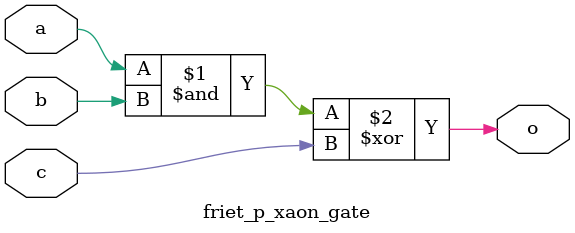
<source format=v>
/**
 Implementation by Pedro Maat C. Massolino,
 hereby denoted as "the implementer".

 To the extent possible under law, the implementer has waived all copyright
 and related or neighboring rights to the source code in this file.
 http://creativecommons.org/publicdomain/zero/1.0/
*/
`default_nettype    none

module friet_p_xaon_gate
(
    output wire o,
    input wire a,
    input wire b,
    input wire c
);

assign o = (a&b)^c;

endmodule
</source>
